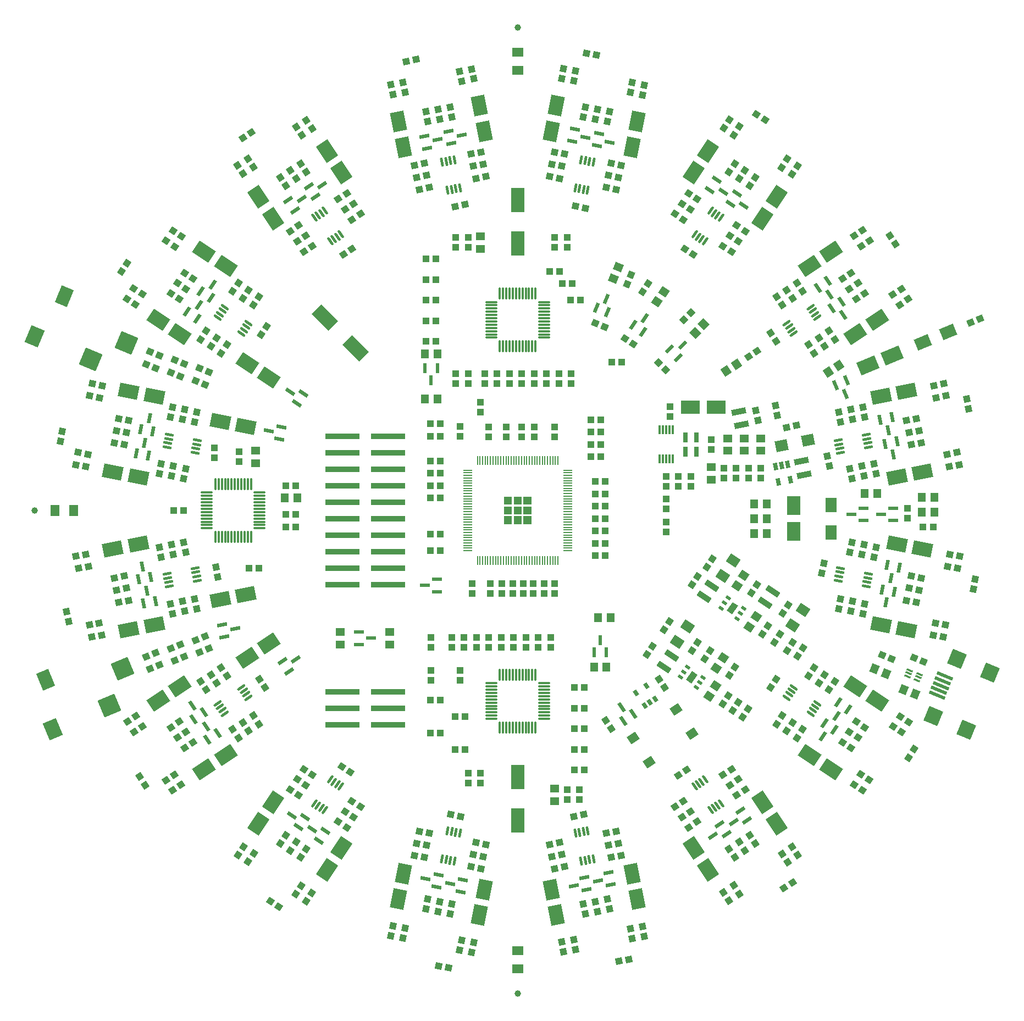
<source format=gtp>
G04 Layer_Color=8421504*
%FSLAX25Y25*%
%MOIN*%
G70*
G01*
G75*
G04:AMPARAMS|DCode=11|XSize=39.37mil|YSize=41.34mil|CornerRadius=0mil|HoleSize=0mil|Usage=FLASHONLY|Rotation=247.500|XOffset=0mil|YOffset=0mil|HoleType=Round|Shape=Rectangle|*
%AMROTATEDRECTD11*
4,1,4,-0.01156,0.02610,0.02663,0.01028,0.01156,-0.02610,-0.02663,-0.01028,-0.01156,0.02610,0.0*
%
%ADD11ROTATEDRECTD11*%

G04:AMPARAMS|DCode=12|XSize=39.37mil|YSize=41.34mil|CornerRadius=0mil|HoleSize=0mil|Usage=FLASHONLY|Rotation=146.250|XOffset=0mil|YOffset=0mil|HoleType=Round|Shape=Rectangle|*
%AMROTATEDRECTD12*
4,1,4,0.02785,0.00625,0.00488,-0.02812,-0.02785,-0.00625,-0.00488,0.02812,0.02785,0.00625,0.0*
%
%ADD12ROTATEDRECTD12*%

G04:AMPARAMS|DCode=13|XSize=19.69mil|YSize=102.36mil|CornerRadius=0mil|HoleSize=0mil|Usage=FLASHONLY|Rotation=67.500|XOffset=0mil|YOffset=0mil|HoleType=Round|Shape=Rectangle|*
%AMROTATEDRECTD13*
4,1,4,0.04352,-0.02868,-0.05105,0.01049,-0.04352,0.02868,0.05105,-0.01049,0.04352,-0.02868,0.0*
%
%ADD13ROTATEDRECTD13*%

G04:AMPARAMS|DCode=14|XSize=90.55mil|YSize=94.49mil|CornerRadius=0mil|HoleSize=0mil|Usage=FLASHONLY|Rotation=157.500|XOffset=0mil|YOffset=0mil|HoleType=Round|Shape=Rectangle|*
%AMROTATEDRECTD14*
4,1,4,0.05991,0.02632,0.02375,-0.06097,-0.05991,-0.02632,-0.02375,0.06097,0.05991,0.02632,0.0*
%
%ADD14ROTATEDRECTD14*%

%ADD15R,0.05709X0.00787*%
%ADD17R,0.00787X0.05709*%
G04:AMPARAMS|DCode=18|XSize=39.37mil|YSize=41.34mil|CornerRadius=0mil|HoleSize=0mil|Usage=FLASHONLY|Rotation=101.250|XOffset=0mil|YOffset=0mil|HoleType=Round|Shape=Rectangle|*
%AMROTATEDRECTD18*
4,1,4,0.02411,-0.01527,-0.01643,-0.02334,-0.02411,0.01527,0.01643,0.02334,0.02411,-0.01527,0.0*
%
%ADD18ROTATEDRECTD18*%

G04:AMPARAMS|DCode=19|XSize=66mil|YSize=74mil|CornerRadius=0mil|HoleSize=0mil|Usage=FLASHONLY|Rotation=101.250|XOffset=0mil|YOffset=0mil|HoleType=Round|Shape=Rectangle|*
%AMROTATEDRECTD19*
4,1,4,0.04273,-0.02515,-0.02985,-0.03958,-0.04273,0.02515,0.02985,0.03958,0.04273,-0.02515,0.0*
%
%ADD19ROTATEDRECTD19*%

%ADD20R,0.05315X0.04724*%
%ADD21R,0.03937X0.04134*%
G04:AMPARAMS|DCode=22|XSize=53.15mil|YSize=47.24mil|CornerRadius=0mil|HoleSize=0mil|Usage=FLASHONLY|Rotation=146.250|XOffset=0mil|YOffset=0mil|HoleType=Round|Shape=Rectangle|*
%AMROTATEDRECTD22*
4,1,4,0.03522,0.00488,0.00897,-0.03441,-0.03522,-0.00488,-0.00897,0.03441,0.03522,0.00488,0.0*
%
%ADD22ROTATEDRECTD22*%

%ADD23R,0.04134X0.03937*%
G04:AMPARAMS|DCode=24|XSize=23.62mil|YSize=35.43mil|CornerRadius=0mil|HoleSize=0mil|Usage=FLASHONLY|Rotation=213.750|XOffset=0mil|YOffset=0mil|HoleType=Round|Shape=Rectangle|*
%AMROTATEDRECTD24*
4,1,4,-0.00002,0.02129,0.01966,-0.00817,0.00002,-0.02129,-0.01966,0.00817,-0.00002,0.02129,0.0*
%
%ADD24ROTATEDRECTD24*%

G04:AMPARAMS|DCode=25|XSize=21.65mil|YSize=61.02mil|CornerRadius=0mil|HoleSize=0mil|Usage=FLASHONLY|Rotation=213.750|XOffset=0mil|YOffset=0mil|HoleType=Round|Shape=Rectangle|*
%AMROTATEDRECTD25*
4,1,4,-0.00795,0.03139,0.02595,-0.01936,0.00795,-0.03139,-0.02595,0.01936,-0.00795,0.03139,0.0*
%
%ADD25ROTATEDRECTD25*%

G04:AMPARAMS|DCode=26|XSize=21.65mil|YSize=61.02mil|CornerRadius=0mil|HoleSize=0mil|Usage=FLASHONLY|Rotation=258.750|XOffset=0mil|YOffset=0mil|HoleType=Round|Shape=Rectangle|*
%AMROTATEDRECTD26*
4,1,4,-0.02781,0.01657,0.03204,0.00467,0.02781,-0.01657,-0.03204,-0.00467,-0.02781,0.01657,0.0*
%
%ADD26ROTATEDRECTD26*%

G04:AMPARAMS|DCode=27|XSize=21.65mil|YSize=61.02mil|CornerRadius=0mil|HoleSize=0mil|Usage=FLASHONLY|Rotation=281.250|XOffset=0mil|YOffset=0mil|HoleType=Round|Shape=Rectangle|*
%AMROTATEDRECTD27*
4,1,4,-0.03204,0.00467,0.02781,0.01657,0.03204,-0.00467,-0.02781,-0.01657,-0.03204,0.00467,0.0*
%
%ADD27ROTATEDRECTD27*%

G04:AMPARAMS|DCode=28|XSize=39.37mil|YSize=41.34mil|CornerRadius=0mil|HoleSize=0mil|Usage=FLASHONLY|Rotation=11.250|XOffset=0mil|YOffset=0mil|HoleType=Round|Shape=Rectangle|*
%AMROTATEDRECTD28*
4,1,4,-0.01527,-0.02411,-0.02334,0.01643,0.01527,0.02411,0.02334,-0.01643,-0.01527,-0.02411,0.0*
%
%ADD28ROTATEDRECTD28*%

G04:AMPARAMS|DCode=29|XSize=82.68mil|YSize=118.11mil|CornerRadius=0mil|HoleSize=0mil|Usage=FLASHONLY|Rotation=11.250|XOffset=0mil|YOffset=0mil|HoleType=Round|Shape=Rectangle|*
%AMROTATEDRECTD29*
4,1,4,-0.02902,-0.06599,-0.05207,0.04986,0.02902,0.06599,0.05207,-0.04986,-0.02902,-0.06599,0.0*
%
%ADD29ROTATEDRECTD29*%

G04:AMPARAMS|DCode=30|XSize=39.37mil|YSize=41.34mil|CornerRadius=0mil|HoleSize=0mil|Usage=FLASHONLY|Rotation=123.750|XOffset=0mil|YOffset=0mil|HoleType=Round|Shape=Rectangle|*
%AMROTATEDRECTD30*
4,1,4,0.02812,-0.00488,-0.00625,-0.02785,-0.02812,0.00488,0.00625,0.02785,0.02812,-0.00488,0.0*
%
%ADD30ROTATEDRECTD30*%

G04:AMPARAMS|DCode=31|XSize=21.65mil|YSize=61.02mil|CornerRadius=0mil|HoleSize=0mil|Usage=FLASHONLY|Rotation=303.750|XOffset=0mil|YOffset=0mil|HoleType=Round|Shape=Rectangle|*
%AMROTATEDRECTD31*
4,1,4,-0.03139,-0.00795,0.01936,0.02595,0.03139,0.00795,-0.01936,-0.02595,-0.03139,-0.00795,0.0*
%
%ADD31ROTATEDRECTD31*%

G04:AMPARAMS|DCode=32|XSize=39.37mil|YSize=41.34mil|CornerRadius=0mil|HoleSize=0mil|Usage=FLASHONLY|Rotation=213.750|XOffset=0mil|YOffset=0mil|HoleType=Round|Shape=Rectangle|*
%AMROTATEDRECTD32*
4,1,4,0.00488,0.02812,0.02785,-0.00625,-0.00488,-0.02812,-0.02785,0.00625,0.00488,0.02812,0.0*
%
%ADD32ROTATEDRECTD32*%

G04:AMPARAMS|DCode=33|XSize=82.68mil|YSize=118.11mil|CornerRadius=0mil|HoleSize=0mil|Usage=FLASHONLY|Rotation=33.750|XOffset=0mil|YOffset=0mil|HoleType=Round|Shape=Rectangle|*
%AMROTATEDRECTD33*
4,1,4,-0.00156,-0.07207,-0.06718,0.02614,0.00156,0.07207,0.06718,-0.02614,-0.00156,-0.07207,0.0*
%
%ADD33ROTATEDRECTD33*%

G04:AMPARAMS|DCode=34|XSize=15.8mil|YSize=57.09mil|CornerRadius=0mil|HoleSize=0mil|Usage=FLASHONLY|Rotation=236.250|XOffset=0mil|YOffset=0mil|HoleType=Round|Shape=Round|*
%AMOVALD34*
21,1,0.04129,0.01580,0.00000,0.00000,326.3*
1,1,0.01580,-0.01716,0.01147*
1,1,0.01580,0.01716,-0.01147*
%
%ADD34OVALD34*%

G04:AMPARAMS|DCode=35|XSize=39.37mil|YSize=41.34mil|CornerRadius=0mil|HoleSize=0mil|Usage=FLASHONLY|Rotation=168.750|XOffset=0mil|YOffset=0mil|HoleType=Round|Shape=Rectangle|*
%AMROTATEDRECTD35*
4,1,4,0.02334,0.01643,0.01527,-0.02411,-0.02334,-0.01643,-0.01527,0.02411,0.02334,0.01643,0.0*
%
%ADD35ROTATEDRECTD35*%

G04:AMPARAMS|DCode=36|XSize=21.65mil|YSize=61.02mil|CornerRadius=0mil|HoleSize=0mil|Usage=FLASHONLY|Rotation=326.250|XOffset=0mil|YOffset=0mil|HoleType=Round|Shape=Rectangle|*
%AMROTATEDRECTD36*
4,1,4,-0.02595,-0.01936,0.00795,0.03139,0.02595,0.01936,-0.00795,-0.03139,-0.02595,-0.01936,0.0*
%
%ADD36ROTATEDRECTD36*%

G04:AMPARAMS|DCode=37|XSize=82.68mil|YSize=118.11mil|CornerRadius=0mil|HoleSize=0mil|Usage=FLASHONLY|Rotation=56.250|XOffset=0mil|YOffset=0mil|HoleType=Round|Shape=Rectangle|*
%AMROTATEDRECTD37*
4,1,4,0.02614,-0.06718,-0.07207,-0.00156,-0.02614,0.06718,0.07207,0.00156,0.02614,-0.06718,0.0*
%
%ADD37ROTATEDRECTD37*%

G04:AMPARAMS|DCode=38|XSize=39.37mil|YSize=41.34mil|CornerRadius=0mil|HoleSize=0mil|Usage=FLASHONLY|Rotation=56.250|XOffset=0mil|YOffset=0mil|HoleType=Round|Shape=Rectangle|*
%AMROTATEDRECTD38*
4,1,4,0.00625,-0.02785,-0.02812,-0.00488,-0.00625,0.02785,0.02812,0.00488,0.00625,-0.02785,0.0*
%
%ADD38ROTATEDRECTD38*%

G04:AMPARAMS|DCode=39|XSize=11.81mil|YSize=38.98mil|CornerRadius=0mil|HoleSize=0mil|Usage=FLASHONLY|Rotation=67.500|XOffset=0mil|YOffset=0mil|HoleType=Round|Shape=Rectangle|*
%AMROTATEDRECTD39*
4,1,4,0.01575,-0.01291,-0.02027,0.00200,-0.01575,0.01291,0.02027,-0.00200,0.01575,-0.01291,0.0*
%
%ADD39ROTATEDRECTD39*%

G04:AMPARAMS|DCode=40|XSize=53.15mil|YSize=47.24mil|CornerRadius=0mil|HoleSize=0mil|Usage=FLASHONLY|Rotation=247.500|XOffset=0mil|YOffset=0mil|HoleType=Round|Shape=Rectangle|*
%AMROTATEDRECTD40*
4,1,4,-0.01165,0.03359,0.03199,0.01551,0.01165,-0.03359,-0.03199,-0.01551,-0.01165,0.03359,0.0*
%
%ADD40ROTATEDRECTD40*%

G04:AMPARAMS|DCode=41|XSize=21.65mil|YSize=61.02mil|CornerRadius=0mil|HoleSize=0mil|Usage=FLASHONLY|Rotation=348.750|XOffset=0mil|YOffset=0mil|HoleType=Round|Shape=Rectangle|*
%AMROTATEDRECTD41*
4,1,4,-0.01657,-0.02781,-0.00467,0.03204,0.01657,0.02781,0.00467,-0.03204,-0.01657,-0.02781,0.0*
%
%ADD41ROTATEDRECTD41*%

G04:AMPARAMS|DCode=42|XSize=82.68mil|YSize=118.11mil|CornerRadius=0mil|HoleSize=0mil|Usage=FLASHONLY|Rotation=78.750|XOffset=0mil|YOffset=0mil|HoleType=Round|Shape=Rectangle|*
%AMROTATEDRECTD42*
4,1,4,0.04986,-0.05207,-0.06599,-0.02902,-0.04986,0.05207,0.06599,0.02902,0.04986,-0.05207,0.0*
%
%ADD42ROTATEDRECTD42*%

G04:AMPARAMS|DCode=43|XSize=39.37mil|YSize=41.34mil|CornerRadius=0mil|HoleSize=0mil|Usage=FLASHONLY|Rotation=78.750|XOffset=0mil|YOffset=0mil|HoleType=Round|Shape=Rectangle|*
%AMROTATEDRECTD43*
4,1,4,0.01643,-0.02334,-0.02411,-0.01527,-0.01643,0.02334,0.02411,0.01527,0.01643,-0.02334,0.0*
%
%ADD43ROTATEDRECTD43*%

G04:AMPARAMS|DCode=44|XSize=15.8mil|YSize=57.09mil|CornerRadius=0mil|HoleSize=0mil|Usage=FLASHONLY|Rotation=258.750|XOffset=0mil|YOffset=0mil|HoleType=Round|Shape=Round|*
%AMOVALD44*
21,1,0.04129,0.01580,0.00000,0.00000,348.8*
1,1,0.01580,-0.02025,0.00403*
1,1,0.01580,0.02025,-0.00403*
%
%ADD44OVALD44*%

%ADD45R,0.06102X0.02165*%
%ADD46R,0.04724X0.05315*%
G04:AMPARAMS|DCode=47|XSize=21.65mil|YSize=61.02mil|CornerRadius=0mil|HoleSize=0mil|Usage=FLASHONLY|Rotation=11.250|XOffset=0mil|YOffset=0mil|HoleType=Round|Shape=Rectangle|*
%AMROTATEDRECTD47*
4,1,4,-0.00467,-0.03204,-0.01657,0.02781,0.00467,0.03204,0.01657,-0.02781,-0.00467,-0.03204,0.0*
%
%ADD47ROTATEDRECTD47*%

G04:AMPARAMS|DCode=48|XSize=82.68mil|YSize=118.11mil|CornerRadius=0mil|HoleSize=0mil|Usage=FLASHONLY|Rotation=101.250|XOffset=0mil|YOffset=0mil|HoleType=Round|Shape=Rectangle|*
%AMROTATEDRECTD48*
4,1,4,0.06599,-0.02902,-0.04986,-0.05207,-0.06599,0.02902,0.04986,0.05207,0.06599,-0.02902,0.0*
%
%ADD48ROTATEDRECTD48*%

G04:AMPARAMS|DCode=49|XSize=21.65mil|YSize=61.02mil|CornerRadius=0mil|HoleSize=0mil|Usage=FLASHONLY|Rotation=56.250|XOffset=0mil|YOffset=0mil|HoleType=Round|Shape=Rectangle|*
%AMROTATEDRECTD49*
4,1,4,0.01936,-0.02595,-0.03139,0.00795,-0.01936,0.02595,0.03139,-0.00795,0.01936,-0.02595,0.0*
%
%ADD49ROTATEDRECTD49*%

G04:AMPARAMS|DCode=50|XSize=82.68mil|YSize=118.11mil|CornerRadius=0mil|HoleSize=0mil|Usage=FLASHONLY|Rotation=123.750|XOffset=0mil|YOffset=0mil|HoleType=Round|Shape=Rectangle|*
%AMROTATEDRECTD50*
4,1,4,0.07207,-0.00156,-0.02614,-0.06718,-0.07207,0.00156,0.02614,0.06718,0.07207,-0.00156,0.0*
%
%ADD50ROTATEDRECTD50*%

G04:AMPARAMS|DCode=51|XSize=82.68mil|YSize=118.11mil|CornerRadius=0mil|HoleSize=0mil|Usage=FLASHONLY|Rotation=146.250|XOffset=0mil|YOffset=0mil|HoleType=Round|Shape=Rectangle|*
%AMROTATEDRECTD51*
4,1,4,0.06718,0.02614,0.00156,-0.07207,-0.06718,-0.02614,-0.00156,0.07207,0.06718,0.02614,0.0*
%
%ADD51ROTATEDRECTD51*%

G04:AMPARAMS|DCode=52|XSize=82.68mil|YSize=118.11mil|CornerRadius=0mil|HoleSize=0mil|Usage=FLASHONLY|Rotation=168.750|XOffset=0mil|YOffset=0mil|HoleType=Round|Shape=Rectangle|*
%AMROTATEDRECTD52*
4,1,4,0.05207,0.04986,0.02902,-0.06599,-0.05207,-0.04986,-0.02902,0.06599,0.05207,0.04986,0.0*
%
%ADD52ROTATEDRECTD52*%

G04:AMPARAMS|DCode=53|XSize=15.8mil|YSize=57.09mil|CornerRadius=0mil|HoleSize=0mil|Usage=FLASHONLY|Rotation=348.750|XOffset=0mil|YOffset=0mil|HoleType=Round|Shape=Round|*
%AMOVALD53*
21,1,0.04129,0.01580,0.00000,0.00000,78.8*
1,1,0.01580,-0.00403,-0.02025*
1,1,0.01580,0.00403,0.02025*
%
%ADD53OVALD53*%

G04:AMPARAMS|DCode=54|XSize=15.8mil|YSize=57.09mil|CornerRadius=0mil|HoleSize=0mil|Usage=FLASHONLY|Rotation=123.750|XOffset=0mil|YOffset=0mil|HoleType=Round|Shape=Round|*
%AMOVALD54*
21,1,0.04129,0.01580,0.00000,0.00000,213.8*
1,1,0.01580,0.01716,0.01147*
1,1,0.01580,-0.01716,-0.01147*
%
%ADD54OVALD54*%

G04:AMPARAMS|DCode=55|XSize=15.8mil|YSize=57.09mil|CornerRadius=0mil|HoleSize=0mil|Usage=FLASHONLY|Rotation=191.250|XOffset=0mil|YOffset=0mil|HoleType=Round|Shape=Round|*
%AMOVALD55*
21,1,0.04129,0.01580,0.00000,0.00000,281.3*
1,1,0.01580,-0.00403,0.02025*
1,1,0.01580,0.00403,-0.02025*
%
%ADD55OVALD55*%

G04:AMPARAMS|DCode=56|XSize=15.8mil|YSize=57.09mil|CornerRadius=0mil|HoleSize=0mil|Usage=FLASHONLY|Rotation=326.250|XOffset=0mil|YOffset=0mil|HoleType=Round|Shape=Round|*
%AMOVALD56*
21,1,0.04129,0.01580,0.00000,0.00000,56.3*
1,1,0.01580,-0.01147,-0.01716*
1,1,0.01580,0.01147,0.01716*
%
%ADD56OVALD56*%

G04:AMPARAMS|DCode=57|XSize=15.8mil|YSize=57.09mil|CornerRadius=0mil|HoleSize=0mil|Usage=FLASHONLY|Rotation=33.750|XOffset=0mil|YOffset=0mil|HoleType=Round|Shape=Round|*
%AMOVALD57*
21,1,0.04129,0.01580,0.00000,0.00000,123.8*
1,1,0.01580,0.01147,-0.01716*
1,1,0.01580,-0.01147,0.01716*
%
%ADD57OVALD57*%

G04:AMPARAMS|DCode=58|XSize=15.8mil|YSize=57.09mil|CornerRadius=0mil|HoleSize=0mil|Usage=FLASHONLY|Rotation=101.250|XOffset=0mil|YOffset=0mil|HoleType=Round|Shape=Round|*
%AMOVALD58*
21,1,0.04129,0.01580,0.00000,0.00000,191.3*
1,1,0.01580,0.02025,0.00403*
1,1,0.01580,-0.02025,-0.00403*
%
%ADD58OVALD58*%

G04:AMPARAMS|DCode=59|XSize=53.15mil|YSize=47.24mil|CornerRadius=0mil|HoleSize=0mil|Usage=FLASHONLY|Rotation=123.750|XOffset=0mil|YOffset=0mil|HoleType=Round|Shape=Rectangle|*
%AMROTATEDRECTD59*
4,1,4,0.03441,-0.00897,-0.00488,-0.03522,-0.03441,0.00897,0.00488,0.03522,0.03441,-0.00897,0.0*
%
%ADD59ROTATEDRECTD59*%

%ADD60R,0.08268X0.11811*%
G04:AMPARAMS|DCode=61|XSize=70.87mil|YSize=57.09mil|CornerRadius=0mil|HoleSize=0mil|Usage=FLASHONLY|Rotation=146.250|XOffset=0mil|YOffset=0mil|HoleType=Round|Shape=Rectangle|*
%AMROTATEDRECTD61*
4,1,4,0.04532,0.00405,0.01360,-0.04342,-0.04532,-0.00405,-0.01360,0.04342,0.04532,0.00405,0.0*
%
%ADD61ROTATEDRECTD61*%

%ADD62R,0.11811X0.08268*%
G04:AMPARAMS|DCode=63|XSize=82.68mil|YSize=118.11mil|CornerRadius=0mil|HoleSize=0mil|Usage=FLASHONLY|Rotation=292.500|XOffset=0mil|YOffset=0mil|HoleType=Round|Shape=Rectangle|*
%AMROTATEDRECTD63*
4,1,4,-0.07038,0.01559,0.03874,0.06079,0.07038,-0.01559,-0.03874,-0.06079,-0.07038,0.01559,0.0*
%
%ADD63ROTATEDRECTD63*%

%ADD64R,0.08268X0.14567*%
G04:AMPARAMS|DCode=65|XSize=53.15mil|YSize=47.24mil|CornerRadius=0mil|HoleSize=0mil|Usage=FLASHONLY|Rotation=135.000|XOffset=0mil|YOffset=0mil|HoleType=Round|Shape=Rectangle|*
%AMROTATEDRECTD65*
4,1,4,0.03550,-0.00209,0.00209,-0.03550,-0.03550,0.00209,-0.00209,0.03550,0.03550,-0.00209,0.0*
%
%ADD65ROTATEDRECTD65*%

G04:AMPARAMS|DCode=66|XSize=53.15mil|YSize=47.24mil|CornerRadius=0mil|HoleSize=0mil|Usage=FLASHONLY|Rotation=157.500|XOffset=0mil|YOffset=0mil|HoleType=Round|Shape=Rectangle|*
%AMROTATEDRECTD66*
4,1,4,0.03359,0.01165,0.01551,-0.03199,-0.03359,-0.01165,-0.01551,0.03199,0.03359,0.01165,0.0*
%
%ADD66ROTATEDRECTD66*%

G04:AMPARAMS|DCode=67|XSize=70.87mil|YSize=90.55mil|CornerRadius=0mil|HoleSize=0mil|Usage=FLASHONLY|Rotation=292.500|XOffset=0mil|YOffset=0mil|HoleType=Round|Shape=Rectangle|*
%AMROTATEDRECTD67*
4,1,4,-0.05539,0.01541,0.02827,0.05006,0.05539,-0.01541,-0.02827,-0.05006,-0.05539,0.01541,0.0*
%
%ADD67ROTATEDRECTD67*%

%ADD68R,0.07087X0.09055*%
G04:AMPARAMS|DCode=69|XSize=39.37mil|YSize=39.37mil|CornerRadius=19.69mil|HoleSize=0mil|Usage=FLASHONLY|Rotation=270.000|XOffset=0mil|YOffset=0mil|HoleType=Round|Shape=RoundedRectangle|*
%AMROUNDEDRECTD69*
21,1,0.03937,0.00000,0,0,270.0*
21,1,0.00000,0.03937,0,0,270.0*
1,1,0.03937,0.00000,0.00000*
1,1,0.03937,0.00000,0.00000*
1,1,0.03937,0.00000,0.00000*
1,1,0.03937,0.00000,0.00000*
%
%ADD69ROUNDEDRECTD69*%
G04:AMPARAMS|DCode=70|XSize=39.37mil|YSize=39.37mil|CornerRadius=19.69mil|HoleSize=0mil|Usage=FLASHONLY|Rotation=180.000|XOffset=0mil|YOffset=0mil|HoleType=Round|Shape=RoundedRectangle|*
%AMROUNDEDRECTD70*
21,1,0.03937,0.00000,0,0,180.0*
21,1,0.00000,0.03937,0,0,180.0*
1,1,0.03937,0.00000,0.00000*
1,1,0.03937,0.00000,0.00000*
1,1,0.03937,0.00000,0.00000*
1,1,0.03937,0.00000,0.00000*
%
%ADD70ROUNDEDRECTD70*%
%ADD71R,0.20898X0.03504*%
G04:AMPARAMS|DCode=72|XSize=86.61mil|YSize=35.43mil|CornerRadius=0mil|HoleSize=0mil|Usage=FLASHONLY|Rotation=146.250|XOffset=0mil|YOffset=0mil|HoleType=Round|Shape=Rectangle|*
%AMROTATEDRECTD72*
4,1,4,0.04585,-0.00933,0.02617,-0.03879,-0.04585,0.00933,-0.02617,0.03879,0.04585,-0.00933,0.0*
%
%ADD72ROTATEDRECTD72*%

G04:AMPARAMS|DCode=73|XSize=86.61mil|YSize=35.43mil|CornerRadius=0mil|HoleSize=0mil|Usage=FLASHONLY|Rotation=191.250|XOffset=0mil|YOffset=0mil|HoleType=Round|Shape=Rectangle|*
%AMROTATEDRECTD73*
4,1,4,0.03902,0.02583,0.04593,-0.00893,-0.03902,-0.02583,-0.04593,0.00893,0.03902,0.02583,0.0*
%
%ADD73ROTATEDRECTD73*%

G04:AMPARAMS|DCode=74|XSize=21.65mil|YSize=61.02mil|CornerRadius=0mil|HoleSize=0mil|Usage=FLASHONLY|Rotation=135.000|XOffset=0mil|YOffset=0mil|HoleType=Round|Shape=Rectangle|*
%AMROTATEDRECTD74*
4,1,4,0.02923,0.01392,-0.01392,-0.02923,-0.02923,-0.01392,0.01392,0.02923,0.02923,0.01392,0.0*
%
%ADD74ROTATEDRECTD74*%

G04:AMPARAMS|DCode=75|XSize=21.65mil|YSize=61.02mil|CornerRadius=0mil|HoleSize=0mil|Usage=FLASHONLY|Rotation=157.500|XOffset=0mil|YOffset=0mil|HoleType=Round|Shape=Rectangle|*
%AMROTATEDRECTD75*
4,1,4,0.02168,0.02405,-0.00167,-0.03233,-0.02168,-0.02405,0.00167,0.03233,0.02168,0.02405,0.0*
%
%ADD75ROTATEDRECTD75*%

G04:AMPARAMS|DCode=76|XSize=39.37mil|YSize=41.34mil|CornerRadius=0mil|HoleSize=0mil|Usage=FLASHONLY|Rotation=337.500|XOffset=0mil|YOffset=0mil|HoleType=Round|Shape=Rectangle|*
%AMROTATEDRECTD76*
4,1,4,-0.02610,-0.01156,-0.01028,0.02663,0.02610,0.01156,0.01028,-0.02663,-0.02610,-0.01156,0.0*
%
%ADD76ROTATEDRECTD76*%

G04:AMPARAMS|DCode=77|XSize=39.37mil|YSize=41.34mil|CornerRadius=0mil|HoleSize=0mil|Usage=FLASHONLY|Rotation=315.000|XOffset=0mil|YOffset=0mil|HoleType=Round|Shape=Rectangle|*
%AMROTATEDRECTD77*
4,1,4,-0.02854,-0.00070,0.00070,0.02854,0.02854,0.00070,-0.00070,-0.02854,-0.02854,-0.00070,0.0*
%
%ADD77ROTATEDRECTD77*%

G04:AMPARAMS|DCode=78|XSize=39.37mil|YSize=41.34mil|CornerRadius=0mil|HoleSize=0mil|Usage=FLASHONLY|Rotation=225.000|XOffset=0mil|YOffset=0mil|HoleType=Round|Shape=Rectangle|*
%AMROTATEDRECTD78*
4,1,4,-0.00070,0.02854,0.02854,-0.00070,0.00070,-0.02854,-0.02854,0.00070,-0.00070,0.02854,0.0*
%
%ADD78ROTATEDRECTD78*%

G04:AMPARAMS|DCode=79|XSize=51.18mil|YSize=61.02mil|CornerRadius=0mil|HoleSize=0mil|Usage=FLASHONLY|Rotation=123.750|XOffset=0mil|YOffset=0mil|HoleType=Round|Shape=Rectangle|*
%AMROTATEDRECTD79*
4,1,4,0.03959,-0.00433,-0.01115,-0.03823,-0.03959,0.00433,0.01115,0.03823,0.03959,-0.00433,0.0*
%
%ADD79ROTATEDRECTD79*%

G04:AMPARAMS|DCode=80|XSize=21.65mil|YSize=61.02mil|CornerRadius=0mil|HoleSize=0mil|Usage=FLASHONLY|Rotation=22.500|XOffset=0mil|YOffset=0mil|HoleType=Round|Shape=Rectangle|*
%AMROTATEDRECTD80*
4,1,4,0.00167,-0.03233,-0.02168,0.02405,-0.00167,0.03233,0.02168,-0.02405,0.00167,-0.03233,0.0*
%
%ADD80ROTATEDRECTD80*%

%ADD81R,0.01181X0.05512*%
%ADD82R,0.02559X0.06102*%
G04:AMPARAMS|DCode=83|XSize=31.5mil|YSize=17.72mil|CornerRadius=0mil|HoleSize=0mil|Usage=FLASHONLY|Rotation=326.250|XOffset=0mil|YOffset=0mil|HoleType=Round|Shape=Rectangle|*
%AMROTATEDRECTD83*
4,1,4,-0.01802,0.00138,-0.00817,0.01612,0.01802,-0.00138,0.00817,-0.01612,-0.01802,0.00138,0.0*
%
%ADD83ROTATEDRECTD83*%

%ADD84P,0.01949X4X371.3*%
G04:AMPARAMS|DCode=85|XSize=25.59mil|YSize=43.31mil|CornerRadius=0mil|HoleSize=0mil|Usage=FLASHONLY|Rotation=11.250|XOffset=0mil|YOffset=0mil|HoleType=Round|Shape=Rectangle|*
%AMROTATEDRECTD85*
4,1,4,-0.00833,-0.02373,-0.01677,0.01874,0.00833,0.02373,0.01677,-0.01874,-0.00833,-0.02373,0.0*
%
%ADD85ROTATEDRECTD85*%

%ADD86R,0.02165X0.06102*%
G04:AMPARAMS|DCode=87|XSize=11.81mil|YSize=72.84mil|CornerRadius=2.95mil|HoleSize=0mil|Usage=FLASHONLY|Rotation=180.000|XOffset=0mil|YOffset=0mil|HoleType=Round|Shape=RoundedRectangle|*
%AMROUNDEDRECTD87*
21,1,0.01181,0.06693,0,0,180.0*
21,1,0.00591,0.07284,0,0,180.0*
1,1,0.00591,-0.00295,0.03347*
1,1,0.00591,0.00295,0.03347*
1,1,0.00591,0.00295,-0.03347*
1,1,0.00591,-0.00295,-0.03347*
%
%ADD87ROUNDEDRECTD87*%
G04:AMPARAMS|DCode=88|XSize=11.81mil|YSize=72.84mil|CornerRadius=2.95mil|HoleSize=0mil|Usage=FLASHONLY|Rotation=90.000|XOffset=0mil|YOffset=0mil|HoleType=Round|Shape=RoundedRectangle|*
%AMROUNDEDRECTD88*
21,1,0.01181,0.06693,0,0,90.0*
21,1,0.00591,0.07284,0,0,90.0*
1,1,0.00591,0.03347,0.00295*
1,1,0.00591,0.03347,-0.00295*
1,1,0.00591,-0.03347,-0.00295*
1,1,0.00591,-0.03347,0.00295*
%
%ADD88ROUNDEDRECTD88*%
G04:AMPARAMS|DCode=89|XSize=82.68mil|YSize=145.67mil|CornerRadius=0mil|HoleSize=0mil|Usage=FLASHONLY|Rotation=45.000|XOffset=0mil|YOffset=0mil|HoleType=Round|Shape=Rectangle|*
%AMROTATEDRECTD89*
4,1,4,0.02227,-0.08073,-0.08073,0.02227,-0.02227,0.08073,0.08073,-0.02227,0.02227,-0.08073,0.0*
%
%ADD89ROTATEDRECTD89*%

G04:AMPARAMS|DCode=90|XSize=78.74mil|YSize=110.24mil|CornerRadius=0mil|HoleSize=0mil|Usage=FLASHONLY|Rotation=22.500|XOffset=0mil|YOffset=0mil|HoleType=Round|Shape=Rectangle|*
%AMROTATEDRECTD90*
4,1,4,-0.01528,-0.06599,-0.05747,0.03586,0.01528,0.06599,0.05747,-0.03586,-0.01528,-0.06599,0.0*
%
%ADD90ROTATEDRECTD90*%

%ADD91P,0.15590X4X67.5*%
G04:AMPARAMS|DCode=92|XSize=86.61mil|YSize=110.24mil|CornerRadius=0mil|HoleSize=0mil|Usage=FLASHONLY|Rotation=22.500|XOffset=0mil|YOffset=0mil|HoleType=Round|Shape=Rectangle|*
%AMROTATEDRECTD92*
4,1,4,-0.01892,-0.06750,-0.06110,0.03435,0.01892,0.06750,0.06110,-0.03435,-0.01892,-0.06750,0.0*
%
%ADD92ROTATEDRECTD92*%

G04:AMPARAMS|DCode=93|XSize=78.74mil|YSize=110.24mil|CornerRadius=0mil|HoleSize=0mil|Usage=FLASHONLY|Rotation=337.500|XOffset=0mil|YOffset=0mil|HoleType=Round|Shape=Rectangle|*
%AMROTATEDRECTD93*
4,1,4,-0.05747,-0.03586,-0.01528,0.06599,0.05747,0.03586,0.01528,-0.06599,-0.05747,-0.03586,0.0*
%
%ADD93ROTATEDRECTD93*%

%ADD94P,0.15590X4X382.5*%
G04:AMPARAMS|DCode=95|XSize=86.61mil|YSize=110.24mil|CornerRadius=0mil|HoleSize=0mil|Usage=FLASHONLY|Rotation=337.500|XOffset=0mil|YOffset=0mil|HoleType=Round|Shape=Rectangle|*
%AMROTATEDRECTD95*
4,1,4,-0.06110,-0.03435,-0.01892,0.06750,0.06110,0.03435,0.01892,-0.06750,-0.06110,-0.03435,0.0*
%
%ADD95ROTATEDRECTD95*%

%ADD96R,0.05709X0.07087*%
G04:AMPARAMS|DCode=97|XSize=39.37mil|YSize=41.34mil|CornerRadius=0mil|HoleSize=0mil|Usage=FLASHONLY|Rotation=112.500|XOffset=0mil|YOffset=0mil|HoleType=Round|Shape=Rectangle|*
%AMROTATEDRECTD97*
4,1,4,0.02663,-0.01028,-0.01156,-0.02610,-0.02663,0.01028,0.01156,0.02610,0.02663,-0.01028,0.0*
%
%ADD97ROTATEDRECTD97*%

%ADD98R,0.07087X0.05709*%
G36*
X8268Y3543D02*
X3543D01*
Y8268D01*
X8268D01*
Y3543D01*
D02*
G37*
G36*
X2362D02*
X-2362D01*
Y8268D01*
X2362D01*
Y3543D01*
D02*
G37*
G36*
X-3543D02*
X-8268D01*
Y8268D01*
X-3543D01*
Y3543D01*
D02*
G37*
G36*
X8268Y-2362D02*
X3543D01*
Y2362D01*
X8268D01*
Y-2362D01*
D02*
G37*
G36*
X2362D02*
X-2362D01*
Y2362D01*
X2362D01*
Y-2362D01*
D02*
G37*
G36*
X-3543D02*
X-8268D01*
Y2362D01*
X-3543D01*
Y-2362D01*
D02*
G37*
G36*
X8268Y-8268D02*
X3543D01*
Y-3543D01*
X8268D01*
Y-8268D01*
D02*
G37*
G36*
X2362D02*
X-2362D01*
Y-3543D01*
X2362D01*
Y-8268D01*
D02*
G37*
G36*
X-3543D02*
X-8268D01*
Y-3543D01*
X-3543D01*
Y-8268D01*
D02*
G37*
G36*
X133640Y-57803D02*
X130140Y-63041D01*
X126867Y-60854D01*
X130367Y-55616D01*
X133640Y-57803D01*
D02*
G37*
G36*
X109000Y-99694D02*
X105501Y-104932D01*
X102227Y-102744D01*
X105727Y-97507D01*
X109000Y-99694D01*
D02*
G37*
D11*
X221181Y-87832D02*
D03*
X226819Y-90168D02*
D03*
X246099Y-91561D02*
D03*
X240461Y-89226D02*
D03*
X52819Y111332D02*
D03*
X47181Y113668D02*
D03*
X-219681Y86332D02*
D03*
X-225319Y88668D02*
D03*
X-217181Y93832D02*
D03*
X-222819Y96168D02*
D03*
X-204681Y81332D02*
D03*
X-210319Y83668D02*
D03*
X-189681Y76332D02*
D03*
X-195319Y78668D02*
D03*
X-202181Y88832D02*
D03*
X-207819Y91168D02*
D03*
X-187181Y83832D02*
D03*
X-192819Y86168D02*
D03*
D12*
X133695Y-116463D02*
D03*
X130305Y-121537D02*
D03*
X127695Y-112463D02*
D03*
X124305Y-117537D02*
D03*
X148305Y-75037D02*
D03*
X151695Y-69963D02*
D03*
X131695Y-94963D02*
D03*
X128305Y-100037D02*
D03*
X166695Y-79963D02*
D03*
X163305Y-85037D02*
D03*
X159195Y-74963D02*
D03*
X155805Y-80037D02*
D03*
X160345Y-124517D02*
D03*
X156955Y-129591D02*
D03*
X188872Y-108823D02*
D03*
X192262Y-103749D02*
D03*
X176400Y-100489D02*
D03*
X179790Y-95415D02*
D03*
X172817Y-132850D02*
D03*
X169427Y-137924D02*
D03*
X182636Y-104656D02*
D03*
X186026Y-99582D02*
D03*
X166581Y-128683D02*
D03*
X163191Y-133757D02*
D03*
X137810Y206247D02*
D03*
X134420Y201173D02*
D03*
X144046Y202080D02*
D03*
X140656Y197006D02*
D03*
X128183Y205340D02*
D03*
X131574Y210414D02*
D03*
X163472Y213154D02*
D03*
X160082Y208080D02*
D03*
X128288Y236995D02*
D03*
X124897Y231921D02*
D03*
X169708Y208987D02*
D03*
X166318Y203913D02*
D03*
X134524Y232828D02*
D03*
X131133Y227754D02*
D03*
X-152305Y111537D02*
D03*
X-155695Y106463D02*
D03*
X-166581Y128683D02*
D03*
X-163191Y133757D02*
D03*
X-182636Y104656D02*
D03*
X-186026Y99582D02*
D03*
X-172817Y132850D02*
D03*
X-169427Y137924D02*
D03*
X-176400Y100489D02*
D03*
X-179790Y95415D02*
D03*
X-188872Y108823D02*
D03*
X-192262Y103749D02*
D03*
X-160345Y124517D02*
D03*
X-156955Y129591D02*
D03*
X153305Y-107537D02*
D03*
X156695Y-102463D02*
D03*
X-137810Y-206247D02*
D03*
X-134420Y-201173D02*
D03*
X236901Y-149935D02*
D03*
X240292Y-144861D02*
D03*
X145000Y-45000D02*
D03*
X141610Y-50074D02*
D03*
X79195Y137537D02*
D03*
X75805Y132463D02*
D03*
X109195Y-39963D02*
D03*
X105805Y-45037D02*
D03*
X114805Y-34537D02*
D03*
X118195Y-29463D02*
D03*
X113305Y-90037D02*
D03*
X116695Y-84963D02*
D03*
X139695Y-120463D02*
D03*
X136305Y-125537D02*
D03*
X105805Y-85037D02*
D03*
X109195Y-79963D02*
D03*
X81695Y-82463D02*
D03*
X78305Y-87537D02*
D03*
X164195Y-57463D02*
D03*
X160805Y-62537D02*
D03*
X-236903Y149934D02*
D03*
X-240293Y144861D02*
D03*
X173195Y-83463D02*
D03*
X169805Y-88537D02*
D03*
X88805Y-72537D02*
D03*
X92195Y-67463D02*
D03*
X-134524Y-232828D02*
D03*
X-131133Y-227754D02*
D03*
X-169708Y-208987D02*
D03*
X-166318Y-203913D02*
D03*
X-128288Y-236995D02*
D03*
X-124897Y-231921D02*
D03*
X-163472Y-213154D02*
D03*
X-160082Y-208080D02*
D03*
X-128183Y-205340D02*
D03*
X-131574Y-210414D02*
D03*
X-144046Y-202080D02*
D03*
X-140656Y-197006D02*
D03*
D13*
X259060Y-100488D02*
D03*
X257855Y-103398D02*
D03*
X256649Y-106308D02*
D03*
X254239Y-112127D02*
D03*
X255444Y-109218D02*
D03*
D14*
X286357Y-98371D02*
D03*
X272044Y-132926D02*
D03*
X266352Y-90085D02*
D03*
X252039Y-124639D02*
D03*
D15*
X30315Y-2362D02*
D03*
Y-3937D02*
D03*
X-30315Y-24409D02*
D03*
Y-22835D02*
D03*
Y-21260D02*
D03*
Y-19685D02*
D03*
Y-18110D02*
D03*
Y-16535D02*
D03*
Y-14961D02*
D03*
Y-13386D02*
D03*
Y-11811D02*
D03*
Y-10236D02*
D03*
Y-8661D02*
D03*
Y-7087D02*
D03*
Y-5512D02*
D03*
Y-3937D02*
D03*
Y-2362D02*
D03*
Y-787D02*
D03*
Y787D02*
D03*
Y2362D02*
D03*
Y3937D02*
D03*
Y5512D02*
D03*
Y7087D02*
D03*
Y8661D02*
D03*
Y10236D02*
D03*
Y11811D02*
D03*
Y13386D02*
D03*
Y14961D02*
D03*
Y16535D02*
D03*
Y18110D02*
D03*
Y19685D02*
D03*
Y21260D02*
D03*
Y22835D02*
D03*
Y24409D02*
D03*
X30315D02*
D03*
Y22835D02*
D03*
Y21260D02*
D03*
Y19685D02*
D03*
Y18110D02*
D03*
Y16535D02*
D03*
Y14961D02*
D03*
Y13386D02*
D03*
Y11811D02*
D03*
Y10236D02*
D03*
Y8661D02*
D03*
Y7087D02*
D03*
Y5512D02*
D03*
Y3937D02*
D03*
Y2362D02*
D03*
Y787D02*
D03*
Y-787D02*
D03*
Y-5512D02*
D03*
Y-7087D02*
D03*
Y-8661D02*
D03*
Y-10236D02*
D03*
Y-11811D02*
D03*
Y-13386D02*
D03*
Y-14961D02*
D03*
Y-16535D02*
D03*
Y-18110D02*
D03*
Y-19685D02*
D03*
Y-21260D02*
D03*
Y-22835D02*
D03*
Y-24409D02*
D03*
D17*
X-24409Y30315D02*
D03*
X-22835D02*
D03*
X-21260D02*
D03*
X-19685D02*
D03*
X-18110D02*
D03*
X-16535D02*
D03*
X-14961D02*
D03*
X-13386D02*
D03*
X-11811D02*
D03*
X-10236D02*
D03*
X-8661D02*
D03*
X-7087D02*
D03*
X-5512D02*
D03*
X-3937D02*
D03*
X-2362D02*
D03*
X-787D02*
D03*
X787D02*
D03*
X2362D02*
D03*
X3937D02*
D03*
X5512D02*
D03*
X7087D02*
D03*
X8661D02*
D03*
X10236D02*
D03*
X11811D02*
D03*
X13386D02*
D03*
X14961D02*
D03*
X16535D02*
D03*
X18110D02*
D03*
X19685D02*
D03*
X21260D02*
D03*
X22835D02*
D03*
X24409D02*
D03*
Y-30315D02*
D03*
X22835D02*
D03*
X21260D02*
D03*
X19685D02*
D03*
X18110D02*
D03*
X16535D02*
D03*
X14961D02*
D03*
X13386D02*
D03*
X11811D02*
D03*
X10236D02*
D03*
X8661D02*
D03*
X7087D02*
D03*
X5512D02*
D03*
X3937D02*
D03*
X2362D02*
D03*
X787D02*
D03*
X-787D02*
D03*
X-2362D02*
D03*
X-3937D02*
D03*
X-5512D02*
D03*
X-7087D02*
D03*
X-8661D02*
D03*
X-10236D02*
D03*
X-11811D02*
D03*
X-13386D02*
D03*
X-14961D02*
D03*
X-16535D02*
D03*
X-18110D02*
D03*
X-19685D02*
D03*
X-21260D02*
D03*
X-22835D02*
D03*
X-24409D02*
D03*
D18*
X163007Y50405D02*
D03*
X168993Y51595D02*
D03*
X55140Y-203146D02*
D03*
X61125Y-201956D02*
D03*
X53677Y-195790D02*
D03*
X59662Y-194600D02*
D03*
X56603Y-210502D02*
D03*
X62588Y-209312D02*
D03*
X26798Y-208784D02*
D03*
X20813Y-209974D02*
D03*
X28261Y-216140D02*
D03*
X22276Y-217330D02*
D03*
X25335Y-201428D02*
D03*
X19350Y-202618D02*
D03*
X267778Y27775D02*
D03*
X261793Y26584D02*
D03*
X266315Y35131D02*
D03*
X260330Y33940D02*
D03*
X235837Y54558D02*
D03*
X241822Y55748D02*
D03*
X244748Y41036D02*
D03*
X238763Y39846D02*
D03*
X243285Y48392D02*
D03*
X237300Y47202D02*
D03*
X258294Y76868D02*
D03*
X252309Y75677D02*
D03*
X259757Y69512D02*
D03*
X253772Y68321D02*
D03*
X-32008Y185595D02*
D03*
X-37993Y184405D02*
D03*
X-26798Y208784D02*
D03*
X-20813Y209974D02*
D03*
X-55140Y203146D02*
D03*
X-61125Y201956D02*
D03*
X-28261Y216140D02*
D03*
X-22276Y217330D02*
D03*
X-53677Y195790D02*
D03*
X-59662Y194600D02*
D03*
X-56603Y210502D02*
D03*
X-62589Y209312D02*
D03*
X-25335Y201428D02*
D03*
X-19350Y202618D02*
D03*
X34007Y-185595D02*
D03*
X39993Y-184405D02*
D03*
X61494Y-273534D02*
D03*
X67479Y-272344D02*
D03*
X-259757Y-69512D02*
D03*
X-253772Y-68321D02*
D03*
X-267778Y-27775D02*
D03*
X-261793Y-26584D02*
D03*
X-258294Y-76868D02*
D03*
X-252309Y-75677D02*
D03*
X-266315Y-35130D02*
D03*
X-260330Y-33940D02*
D03*
X-243285Y-48392D02*
D03*
X-237300Y-47202D02*
D03*
X-244748Y-41036D02*
D03*
X-238763Y-39846D02*
D03*
X-235837Y-54558D02*
D03*
X-241822Y-55748D02*
D03*
X-61494Y273535D02*
D03*
X-67479Y272344D02*
D03*
D19*
X175944Y42580D02*
D03*
X160056Y39420D02*
D03*
D20*
X137500Y43740D02*
D03*
Y36260D02*
D03*
X127500Y43740D02*
D03*
X127500Y36260D02*
D03*
X147500Y36260D02*
D03*
Y43740D02*
D03*
X-159000Y28760D02*
D03*
Y36240D02*
D03*
X117500Y26240D02*
D03*
Y18760D02*
D03*
X22500Y-168760D02*
D03*
Y-176240D02*
D03*
X-77500Y-81240D02*
D03*
Y-73760D02*
D03*
X-107500Y-81240D02*
D03*
Y-73760D02*
D03*
X-22500Y166240D02*
D03*
Y158760D02*
D03*
D21*
X117500Y36949D02*
D03*
Y43051D02*
D03*
X105000Y20551D02*
D03*
Y14449D02*
D03*
X97500Y20551D02*
D03*
Y14449D02*
D03*
X90000Y20551D02*
D03*
Y14449D02*
D03*
Y949D02*
D03*
Y7051D02*
D03*
X92500Y56949D02*
D03*
Y63051D02*
D03*
X16000Y-50551D02*
D03*
Y-44449D02*
D03*
X-184000Y38051D02*
D03*
X-184000Y31949D02*
D03*
X-169000Y29449D02*
D03*
Y35551D02*
D03*
X236439Y1417D02*
D03*
X236439Y-4685D02*
D03*
X125000Y19449D02*
D03*
X125000Y25551D02*
D03*
X-22500Y-159449D02*
D03*
Y-165551D02*
D03*
X30000Y-169449D02*
D03*
Y-175551D02*
D03*
X37500Y-169449D02*
D03*
Y-175551D02*
D03*
X-30000Y-159449D02*
D03*
Y-165551D02*
D03*
X140000Y25551D02*
D03*
X140000Y19449D02*
D03*
X147500Y25551D02*
D03*
Y19449D02*
D03*
X-52500Y-76949D02*
D03*
Y-83051D02*
D03*
X132500Y25551D02*
D03*
Y19449D02*
D03*
X20000Y-83051D02*
D03*
Y-76949D02*
D03*
X-20000Y76949D02*
D03*
Y83051D02*
D03*
X-12500Y76949D02*
D03*
Y83051D02*
D03*
X-35000Y-96949D02*
D03*
Y-103051D02*
D03*
X-52500Y-96949D02*
D03*
Y-103051D02*
D03*
X-30000Y76949D02*
D03*
Y83051D02*
D03*
X90000Y-6949D02*
D03*
Y-13051D02*
D03*
X-10000Y-83051D02*
D03*
Y-76949D02*
D03*
X12500Y-83051D02*
D03*
Y-76949D02*
D03*
X-2500Y-83051D02*
D03*
Y-76949D02*
D03*
X-40000D02*
D03*
Y-83051D02*
D03*
X-32500Y-76949D02*
D03*
Y-83051D02*
D03*
X-25000D02*
D03*
Y-76949D02*
D03*
X-17500Y-83051D02*
D03*
Y-76949D02*
D03*
X5000Y-83051D02*
D03*
Y-76949D02*
D03*
X-27500Y-44449D02*
D03*
Y-50551D02*
D03*
X9500Y-44449D02*
D03*
Y-50551D02*
D03*
X3500Y-44449D02*
D03*
Y-50551D02*
D03*
X-9500Y-44449D02*
D03*
Y-50551D02*
D03*
X-16500Y-44449D02*
D03*
Y-50551D02*
D03*
X-3000Y-44449D02*
D03*
Y-50551D02*
D03*
X22500Y-44449D02*
D03*
Y-50551D02*
D03*
X30000Y165551D02*
D03*
Y159449D02*
D03*
X-37500Y165551D02*
D03*
Y159449D02*
D03*
X-30000Y165551D02*
D03*
Y159449D02*
D03*
X22500Y165551D02*
D03*
Y159449D02*
D03*
X-37500Y76949D02*
D03*
Y83051D02*
D03*
X10000Y76949D02*
D03*
Y83051D02*
D03*
X2500Y76949D02*
D03*
Y83051D02*
D03*
X32500D02*
D03*
Y76949D02*
D03*
X25000D02*
D03*
Y83051D02*
D03*
X17500Y76949D02*
D03*
Y83051D02*
D03*
X-5000Y76949D02*
D03*
Y83051D02*
D03*
X-22500Y59449D02*
D03*
Y65551D02*
D03*
X-17500Y44449D02*
D03*
Y50551D02*
D03*
X2500Y44449D02*
D03*
Y50551D02*
D03*
X22500Y44449D02*
D03*
Y50551D02*
D03*
X10000Y44449D02*
D03*
Y50551D02*
D03*
X-7000Y44449D02*
D03*
Y50551D02*
D03*
X-35000Y44949D02*
D03*
Y51051D02*
D03*
D22*
X140422Y-70610D02*
D03*
X144578Y-64390D02*
D03*
X120422Y-95610D02*
D03*
X124578Y-89390D02*
D03*
X116008Y-112663D02*
D03*
X120164Y-106443D02*
D03*
X84534Y126514D02*
D03*
X88690Y132734D02*
D03*
X132922Y-45610D02*
D03*
X137078Y-39390D02*
D03*
D23*
X50551Y55000D02*
D03*
X44449D02*
D03*
X50551Y32500D02*
D03*
X44449D02*
D03*
X46949Y-12500D02*
D03*
X53051D02*
D03*
X46949Y10000D02*
D03*
X53051D02*
D03*
X46949Y17500D02*
D03*
X53051D02*
D03*
X46949Y-20000D02*
D03*
X53051D02*
D03*
X46949Y-27500D02*
D03*
X53051D02*
D03*
X46949Y2500D02*
D03*
X53051D02*
D03*
Y-5000D02*
D03*
X46949D02*
D03*
X-46949Y-14500D02*
D03*
X-53051D02*
D03*
X-46949Y-24500D02*
D03*
X-53051D02*
D03*
X-46949Y22500D02*
D03*
X-53051D02*
D03*
X-46949Y15000D02*
D03*
X-53051D02*
D03*
X-46949Y7500D02*
D03*
X-53051D02*
D03*
X-46949Y30000D02*
D03*
X-53051D02*
D03*
Y45000D02*
D03*
X-46949D02*
D03*
X-53051Y52500D02*
D03*
X-46949D02*
D03*
X34449Y-132500D02*
D03*
X40551D02*
D03*
X34449Y-157500D02*
D03*
X40551Y-157500D02*
D03*
X34449Y-145000D02*
D03*
X40551Y-145000D02*
D03*
X34449Y-120000D02*
D03*
X40551Y-120000D02*
D03*
X34449Y-107500D02*
D03*
X40551D02*
D03*
X245860Y-9968D02*
D03*
X251963D02*
D03*
X33051Y137500D02*
D03*
X26949Y137500D02*
D03*
X-49449Y115000D02*
D03*
X-55551Y115000D02*
D03*
X-31949Y-125000D02*
D03*
X-38051D02*
D03*
X25551Y145000D02*
D03*
X19449Y145000D02*
D03*
X-49449Y140000D02*
D03*
X-55551Y140000D02*
D03*
X-46949Y-115000D02*
D03*
X-53051Y-115000D02*
D03*
X-46949Y-135000D02*
D03*
X-53051Y-135000D02*
D03*
X-49449Y152500D02*
D03*
X-55551Y152500D02*
D03*
Y127500D02*
D03*
X-49449Y127500D02*
D03*
X-38051Y-145000D02*
D03*
X-31949Y-145000D02*
D03*
X56949Y90000D02*
D03*
X63051Y90000D02*
D03*
X38051Y127500D02*
D03*
X31949D02*
D03*
X-140551Y15000D02*
D03*
X-134449D02*
D03*
X-163051Y-35000D02*
D03*
X-156949D02*
D03*
X-202500Y0D02*
D03*
X-208602D02*
D03*
X-140551Y-2500D02*
D03*
X-134449D02*
D03*
X-140551Y-10000D02*
D03*
X-134449D02*
D03*
X-49449Y102500D02*
D03*
X-55551D02*
D03*
X50551Y40000D02*
D03*
X44449D02*
D03*
X50551Y47500D02*
D03*
X44449D02*
D03*
D24*
X77015Y-118506D02*
D03*
X80125Y-116428D02*
D03*
X83235Y-114350D02*
D03*
X77985Y-106494D02*
D03*
X71765Y-110650D02*
D03*
D25*
X63913Y-127606D02*
D03*
X70133Y-123450D02*
D03*
X62977Y-119472D02*
D03*
X188158Y139123D02*
D03*
X181938Y134967D02*
D03*
X189094Y130989D02*
D03*
X196491Y126651D02*
D03*
X190272Y122495D02*
D03*
X197428Y118517D02*
D03*
X-196491Y-126651D02*
D03*
X-190272Y-122495D02*
D03*
X-197428Y-118517D02*
D03*
X-188158Y-139123D02*
D03*
X-181938Y-134967D02*
D03*
X-189094Y-130989D02*
D03*
D26*
X-49385Y-228496D02*
D03*
X-47925Y-221160D02*
D03*
X-55799Y-223407D02*
D03*
X-34673Y-231422D02*
D03*
X-33213Y-224086D02*
D03*
X-41087Y-226333D02*
D03*
X49385Y228496D02*
D03*
X47925Y221160D02*
D03*
X55798Y223407D02*
D03*
X34673Y231423D02*
D03*
X33213Y224086D02*
D03*
X41087Y226333D02*
D03*
X-144658Y43121D02*
D03*
X-143199Y50458D02*
D03*
X-151072Y48210D02*
D03*
D27*
X56528Y-227075D02*
D03*
X55069Y-219739D02*
D03*
X48655Y-224828D02*
D03*
X41816Y-230002D02*
D03*
X40357Y-222665D02*
D03*
X33943Y-227754D02*
D03*
X-41816Y230002D02*
D03*
X-40357Y222665D02*
D03*
X-33943Y227754D02*
D03*
X-56528Y227075D02*
D03*
X-55069Y219739D02*
D03*
X-48655Y224828D02*
D03*
X-179301Y-69542D02*
D03*
X-177842Y-76879D02*
D03*
X-171428Y-71789D02*
D03*
D28*
X54558Y-235837D02*
D03*
X55748Y-241822D02*
D03*
X41036Y-244748D02*
D03*
X39846Y-238763D02*
D03*
X48392Y-243285D02*
D03*
X47202Y-237300D02*
D03*
X35130Y-266315D02*
D03*
X33940Y-260330D02*
D03*
X27775Y-267778D02*
D03*
X26584Y-261793D02*
D03*
X76868Y-258294D02*
D03*
X75677Y-252309D02*
D03*
X69512Y-259757D02*
D03*
X68321Y-253772D02*
D03*
X210502Y56603D02*
D03*
X209311Y62589D02*
D03*
X208784Y26798D02*
D03*
X209974Y20813D02*
D03*
X203146Y55140D02*
D03*
X201956Y61125D02*
D03*
X216140Y28261D02*
D03*
X217330Y22276D02*
D03*
X195790Y53677D02*
D03*
X194600Y59662D02*
D03*
X201428Y25335D02*
D03*
X202618Y19350D02*
D03*
X-183095Y-34508D02*
D03*
X-181905Y-40493D02*
D03*
X189000Y27000D02*
D03*
X187810Y32985D02*
D03*
X-273534Y-61494D02*
D03*
X-272344Y-67479D02*
D03*
X144405Y60493D02*
D03*
X145595Y54507D02*
D03*
X273535Y61496D02*
D03*
X272345Y67481D02*
D03*
X156309Y63485D02*
D03*
X157500Y57500D02*
D03*
X-203146Y-55140D02*
D03*
X-201956Y-61125D02*
D03*
X-195790Y-53677D02*
D03*
X-194600Y-59662D02*
D03*
X-209312Y-62588D02*
D03*
X-210502Y-56603D02*
D03*
X-202618Y-19350D02*
D03*
X-201428Y-25335D02*
D03*
X-216140Y-28261D02*
D03*
X-217330Y-22276D02*
D03*
X-208784Y-26798D02*
D03*
X-209974Y-20813D02*
D03*
X-35131Y266315D02*
D03*
X-33940Y260330D02*
D03*
X-69512Y259757D02*
D03*
X-68321Y253772D02*
D03*
X-27775Y267778D02*
D03*
X-26584Y261793D02*
D03*
X-76868Y258294D02*
D03*
X-75677Y252309D02*
D03*
X-54558Y235837D02*
D03*
X-55748Y241822D02*
D03*
X-41036Y244748D02*
D03*
X-39846Y238763D02*
D03*
X-48392Y243285D02*
D03*
X-47202Y237300D02*
D03*
D29*
X20278Y-230091D02*
D03*
X23350Y-245536D02*
D03*
X69317Y-220337D02*
D03*
X72390Y-235782D02*
D03*
X-20278Y230091D02*
D03*
X-23350Y245536D02*
D03*
X-69318Y220337D02*
D03*
X-72390Y235782D02*
D03*
D30*
X97463Y-160695D02*
D03*
X102537Y-157305D02*
D03*
X104656Y-182636D02*
D03*
X99582Y-186026D02*
D03*
X128683Y-166581D02*
D03*
X133757Y-163191D02*
D03*
X108823Y-188872D02*
D03*
X103749Y-192262D02*
D03*
X124517Y-160345D02*
D03*
X129591Y-156955D02*
D03*
X132850Y-172817D02*
D03*
X137924Y-169427D02*
D03*
X100489Y-176400D02*
D03*
X95415Y-179790D02*
D03*
X206247Y137810D02*
D03*
X201173Y134420D02*
D03*
X210414Y131574D02*
D03*
X205340Y128183D02*
D03*
X197006Y140656D02*
D03*
X202080Y144046D02*
D03*
X209216Y169861D02*
D03*
X204142Y166471D02*
D03*
X213383Y163625D02*
D03*
X208309Y160235D02*
D03*
X232599Y134371D02*
D03*
X227525Y130980D02*
D03*
X236766Y128135D02*
D03*
X231692Y124744D02*
D03*
X-100463Y158695D02*
D03*
X-105537Y155305D02*
D03*
X-104656Y182636D02*
D03*
X-99582Y186026D02*
D03*
X-128683Y166581D02*
D03*
X-133757Y163191D02*
D03*
X-108823Y188872D02*
D03*
X-103749Y192262D02*
D03*
X-124517Y160345D02*
D03*
X-129591Y156955D02*
D03*
X-132850Y172817D02*
D03*
X-137924Y169427D02*
D03*
X-100489Y176400D02*
D03*
X-95415Y179790D02*
D03*
X-206247Y-137810D02*
D03*
X-201173Y-134420D02*
D03*
X-210414Y-131574D02*
D03*
X-205340Y-128183D02*
D03*
X-197006Y-140656D02*
D03*
X-202080Y-144046D02*
D03*
X161490Y-229180D02*
D03*
X166564Y-225790D02*
D03*
X139963Y93305D02*
D03*
X145037Y96695D02*
D03*
X-213383Y-163625D02*
D03*
X-208309Y-160235D02*
D03*
X-236766Y-128135D02*
D03*
X-231692Y-124744D02*
D03*
X-209216Y-169861D02*
D03*
X-204142Y-166471D02*
D03*
X-232599Y-134371D02*
D03*
X-227525Y-130980D02*
D03*
X-161490Y229180D02*
D03*
X-166565Y225790D02*
D03*
D31*
X126651Y-196491D02*
D03*
X122495Y-190272D02*
D03*
X118517Y-197428D02*
D03*
X139123Y-188158D02*
D03*
X134967Y-181938D02*
D03*
X130989Y-189094D02*
D03*
X-142606Y-91413D02*
D03*
X-138450Y-97633D02*
D03*
X-134472Y-90477D02*
D03*
X-139123Y188158D02*
D03*
X-134967Y181938D02*
D03*
X-130989Y189094D02*
D03*
X-126651Y196491D02*
D03*
X-122495Y190272D02*
D03*
X-118517Y197428D02*
D03*
D32*
X137810Y-206247D02*
D03*
X134420Y-201173D02*
D03*
X131574Y-210414D02*
D03*
X128183Y-205340D02*
D03*
X140656Y-197006D02*
D03*
X144046Y-202080D02*
D03*
X128135Y-236766D02*
D03*
X124744Y-231692D02*
D03*
X134371Y-232599D02*
D03*
X130980Y-227525D02*
D03*
X163625Y-213383D02*
D03*
X160235Y-208309D02*
D03*
X169861Y-209216D02*
D03*
X166471Y-204142D02*
D03*
X182636Y104656D02*
D03*
X186026Y99582D02*
D03*
X166581Y128683D02*
D03*
X163191Y133757D02*
D03*
X188872Y108823D02*
D03*
X192262Y103749D02*
D03*
X160345Y124517D02*
D03*
X156955Y129591D02*
D03*
X172817Y132850D02*
D03*
X169427Y137924D02*
D03*
X176400Y100489D02*
D03*
X179790Y95415D02*
D03*
X-156695Y-102463D02*
D03*
X-153305Y-107537D02*
D03*
X-229180Y-161490D02*
D03*
X-225790Y-166564D02*
D03*
X229180Y161490D02*
D03*
X225790Y166565D02*
D03*
X89195Y-107537D02*
D03*
X85805Y-102463D02*
D03*
X156695Y102463D02*
D03*
X153305Y107537D02*
D03*
X53305Y-127463D02*
D03*
X56695Y-132537D02*
D03*
X-172817Y-132850D02*
D03*
X-169427Y-137924D02*
D03*
X-160345Y-124517D02*
D03*
X-156955Y-129591D02*
D03*
X-166581Y-128683D02*
D03*
X-163191Y-133757D02*
D03*
X-182636Y-104656D02*
D03*
X-186026Y-99582D02*
D03*
X-188872Y-108823D02*
D03*
X-192262Y-103749D02*
D03*
X-176400Y-100489D02*
D03*
X-179790Y-95415D02*
D03*
X-134371Y232599D02*
D03*
X-130980Y227525D02*
D03*
X-163625Y213383D02*
D03*
X-160235Y208309D02*
D03*
X-128135Y236766D02*
D03*
X-124744Y231692D02*
D03*
X-169861Y209216D02*
D03*
X-166471Y204142D02*
D03*
X-137810Y206247D02*
D03*
X-134420Y201173D02*
D03*
X-131574Y210414D02*
D03*
X-128184Y205340D02*
D03*
X-140656Y197006D02*
D03*
X-144046Y202080D02*
D03*
D33*
X148360Y-177038D02*
D03*
X157109Y-190132D02*
D03*
X106787Y-204816D02*
D03*
X115536Y-217910D02*
D03*
X-106787Y204816D02*
D03*
X-115536Y217910D02*
D03*
X-148360Y177038D02*
D03*
X-157109Y190132D02*
D03*
D34*
X177599Y-123284D02*
D03*
X179021Y-121157D02*
D03*
X180443Y-119029D02*
D03*
X181864Y-116901D02*
D03*
X163196Y-113660D02*
D03*
X164617Y-111533D02*
D03*
X166039Y-109405D02*
D03*
X167461Y-107277D02*
D03*
X-177599Y123284D02*
D03*
X-179021Y121157D02*
D03*
X-180443Y119029D02*
D03*
X-181864Y116901D02*
D03*
X-163196Y113661D02*
D03*
X-164617Y111533D02*
D03*
X-166039Y109405D02*
D03*
X-167461Y107277D02*
D03*
D35*
X216140Y-28261D02*
D03*
X217330Y-22276D02*
D03*
X201428Y-25335D02*
D03*
X202618Y-19350D02*
D03*
X208784Y-26798D02*
D03*
X209974Y-20813D02*
D03*
X195790Y-53677D02*
D03*
X194600Y-59662D02*
D03*
X210502Y-56603D02*
D03*
X209311Y-62588D02*
D03*
X203146Y-55140D02*
D03*
X201956Y-61125D02*
D03*
X-203146Y55140D02*
D03*
X-201956Y61125D02*
D03*
X-208784Y26798D02*
D03*
X-209974Y20813D02*
D03*
X-210502Y56603D02*
D03*
X-209312Y62589D02*
D03*
X-201428Y25335D02*
D03*
X-202618Y19350D02*
D03*
X-216140Y28261D02*
D03*
X-217330Y22276D02*
D03*
X-195790Y53677D02*
D03*
X-194600Y59662D02*
D03*
X184405Y-37993D02*
D03*
X185595Y-32007D02*
D03*
X276246Y-47864D02*
D03*
X277436Y-41879D02*
D03*
X-276246Y47864D02*
D03*
X-277436Y41879D02*
D03*
X-35184Y-266585D02*
D03*
X-33994Y-260600D02*
D03*
X-69458Y-259487D02*
D03*
X-68267Y-253501D02*
D03*
X-48392Y-243285D02*
D03*
X-47202Y-237300D02*
D03*
X-27828Y-268048D02*
D03*
X-26638Y-262063D02*
D03*
X-76814Y-258023D02*
D03*
X-75623Y-252038D02*
D03*
X-55748Y-241822D02*
D03*
X-54558Y-235837D02*
D03*
X-39846Y-238763D02*
D03*
X-41036Y-244748D02*
D03*
X35184Y266585D02*
D03*
X33994Y260600D02*
D03*
X76814Y258023D02*
D03*
X75623Y252038D02*
D03*
X27828Y268048D02*
D03*
X26638Y262063D02*
D03*
X69458Y259487D02*
D03*
X68267Y253502D02*
D03*
X48392Y243285D02*
D03*
X47202Y237300D02*
D03*
X55748Y241822D02*
D03*
X54558Y235837D02*
D03*
X39846Y238763D02*
D03*
X41036Y244748D02*
D03*
D36*
X192204Y-133067D02*
D03*
X185985Y-128911D02*
D03*
X185048Y-137045D02*
D03*
X200538Y-120595D02*
D03*
X194318Y-116439D02*
D03*
X193382Y-124573D02*
D03*
X70000Y112500D02*
D03*
X76220Y108344D02*
D03*
X77156Y116478D02*
D03*
X-200538Y120595D02*
D03*
X-194318Y116439D02*
D03*
X-193382Y124573D02*
D03*
X-192204Y133067D02*
D03*
X-185985Y128911D02*
D03*
X-185048Y137045D02*
D03*
D37*
X177038Y-148360D02*
D03*
X190132Y-157109D02*
D03*
X204816Y-106787D02*
D03*
X217910Y-115536D02*
D03*
X-177038Y148360D02*
D03*
X-190132Y157109D02*
D03*
X-204816Y106787D02*
D03*
X-217910Y115536D02*
D03*
X-164047Y89375D02*
D03*
X-150953Y80625D02*
D03*
D38*
X205340Y-128183D02*
D03*
X210414Y-131574D02*
D03*
X202080Y-144046D02*
D03*
X197006Y-140656D02*
D03*
X206247Y-137810D02*
D03*
X201173Y-134420D02*
D03*
X232828Y-134524D02*
D03*
X227754Y-131133D02*
D03*
X236995Y-128288D02*
D03*
X231921Y-124897D02*
D03*
X208987Y-169708D02*
D03*
X203913Y-166318D02*
D03*
X213154Y-163472D02*
D03*
X208080Y-160082D02*
D03*
X128683Y166581D02*
D03*
X133757Y163191D02*
D03*
X132850Y172817D02*
D03*
X137924Y169427D02*
D03*
X124517Y160345D02*
D03*
X129591Y156955D02*
D03*
X108823Y188872D02*
D03*
X103749Y192262D02*
D03*
X100489Y176400D02*
D03*
X95415Y179790D02*
D03*
X104656Y182636D02*
D03*
X99582Y186026D02*
D03*
X106537Y155305D02*
D03*
X101463Y158695D02*
D03*
X-106537Y-155305D02*
D03*
X-101463Y-158695D02*
D03*
X-149935Y-236901D02*
D03*
X-144861Y-240292D02*
D03*
X70037Y100805D02*
D03*
X64963Y104195D02*
D03*
X149934Y236903D02*
D03*
X144861Y240293D02*
D03*
X-128683Y-166581D02*
D03*
X-133757Y-163191D02*
D03*
X-104656Y-182636D02*
D03*
X-99582Y-186026D02*
D03*
X-132850Y-172817D02*
D03*
X-137924Y-169427D02*
D03*
X-100489Y-176400D02*
D03*
X-95415Y-179790D02*
D03*
X-108823Y-188872D02*
D03*
X-103749Y-192262D02*
D03*
X-124517Y-160345D02*
D03*
X-129591Y-156955D02*
D03*
X-236995Y128288D02*
D03*
X-231921Y124897D02*
D03*
X-232828Y134524D02*
D03*
X-227754Y131133D02*
D03*
X-208987Y169708D02*
D03*
X-203913Y166318D02*
D03*
X-213154Y163472D02*
D03*
X-208080Y160082D02*
D03*
X-206247Y137810D02*
D03*
X-201173Y134420D02*
D03*
X-202080Y144046D02*
D03*
X-197006Y140656D02*
D03*
X-205340Y128184D02*
D03*
X-210414Y131574D02*
D03*
D39*
X243681Y-99394D02*
D03*
X242928Y-101213D02*
D03*
X242175Y-103032D02*
D03*
X236319Y-100606D02*
D03*
X237072Y-98787D02*
D03*
X237825Y-96969D02*
D03*
D40*
X223456Y-98931D02*
D03*
X216545Y-96069D02*
D03*
X234045Y-108569D02*
D03*
X240955Y-111431D02*
D03*
D41*
X231422Y-34673D02*
D03*
X224086Y-33213D02*
D03*
X226333Y-41087D02*
D03*
X228496Y-49385D02*
D03*
X221160Y-47925D02*
D03*
X223407Y-55798D02*
D03*
X-231423Y34673D02*
D03*
X-224086Y33213D02*
D03*
X-226333Y41087D02*
D03*
X-228496Y49385D02*
D03*
X-221160Y47925D02*
D03*
X-223407Y55799D02*
D03*
D42*
X220337Y-69317D02*
D03*
X235782Y-72390D02*
D03*
X230091Y-20278D02*
D03*
X245536Y-23350D02*
D03*
X-180223Y54036D02*
D03*
X-164777Y50964D02*
D03*
X-230091Y20278D02*
D03*
X-245536Y23350D02*
D03*
X-220337Y69318D02*
D03*
X-235782Y72390D02*
D03*
D43*
X238763Y-39846D02*
D03*
X244748Y-41036D02*
D03*
X241822Y-55748D02*
D03*
X235837Y-54558D02*
D03*
X243285Y-48392D02*
D03*
X237300Y-47202D02*
D03*
X259487Y-69458D02*
D03*
X253501Y-68267D02*
D03*
X268048Y-27828D02*
D03*
X262063Y-26638D02*
D03*
X258023Y-76814D02*
D03*
X252038Y-75623D02*
D03*
X266585Y-35184D02*
D03*
X260600Y-33994D02*
D03*
X40993Y183405D02*
D03*
X35008Y184595D02*
D03*
X47864Y276246D02*
D03*
X41879Y277436D02*
D03*
X-47864Y-276246D02*
D03*
X-41879Y-277436D02*
D03*
X-53677Y-195790D02*
D03*
X-59662Y-194600D02*
D03*
X-28261Y-216140D02*
D03*
X-22276Y-217330D02*
D03*
X-25335Y-201428D02*
D03*
X-19350Y-202618D02*
D03*
X-56603Y-210502D02*
D03*
X-62589Y-209311D02*
D03*
X-26798Y-208784D02*
D03*
X-20813Y-209974D02*
D03*
X-55140Y-203146D02*
D03*
X-61125Y-201956D02*
D03*
X-40492Y-184405D02*
D03*
X-34507Y-185595D02*
D03*
X-268076Y27755D02*
D03*
X-262091Y26565D02*
D03*
X-266585Y35183D02*
D03*
X-260600Y33993D02*
D03*
X-258023Y76814D02*
D03*
X-252038Y75623D02*
D03*
X-259487Y69458D02*
D03*
X-253502Y68267D02*
D03*
X-238763Y39846D02*
D03*
X-244748Y41036D02*
D03*
X-241822Y55748D02*
D03*
X-235837Y54558D02*
D03*
X-243285Y48392D02*
D03*
X-237300Y47202D02*
D03*
X26798Y208784D02*
D03*
X20813Y209974D02*
D03*
X25335Y201428D02*
D03*
X19350Y202618D02*
D03*
X28261Y216140D02*
D03*
X22276Y217330D02*
D03*
X53677Y195790D02*
D03*
X59662Y194600D02*
D03*
X56603Y210502D02*
D03*
X62588Y209312D02*
D03*
X55140Y203146D02*
D03*
X61125Y201956D02*
D03*
D44*
X211259Y-45936D02*
D03*
X211758Y-43426D02*
D03*
X212258Y-40916D02*
D03*
X212757Y-38406D02*
D03*
X194269Y-42556D02*
D03*
X194768Y-40046D02*
D03*
X195268Y-37536D02*
D03*
X195767Y-35027D02*
D03*
X-211259Y45936D02*
D03*
X-211758Y43426D02*
D03*
X-212258Y40916D02*
D03*
X-212757Y38406D02*
D03*
X-194269Y42556D02*
D03*
X-194768Y40046D02*
D03*
X-195268Y37537D02*
D03*
X-195767Y35027D02*
D03*
D45*
X220316Y-2314D02*
D03*
X227600Y1426D02*
D03*
Y-6055D02*
D03*
X202288Y-2296D02*
D03*
X209572Y1445D02*
D03*
X209572Y-6036D02*
D03*
X-48858Y-49240D02*
D03*
Y-41760D02*
D03*
X-56142Y-45500D02*
D03*
X-96142Y-73760D02*
D03*
Y-81240D02*
D03*
X-88858Y-77500D02*
D03*
D46*
X210524Y10176D02*
D03*
X218004Y10177D02*
D03*
X245190Y8060D02*
D03*
X252670D02*
D03*
X252661Y-954D02*
D03*
X245181Y-954D02*
D03*
X56240Y-65000D02*
D03*
X48760D02*
D03*
X53740Y-95000D02*
D03*
X46260D02*
D03*
X150955Y4035D02*
D03*
X143475Y4035D02*
D03*
X150946Y-4979D02*
D03*
X143465D02*
D03*
X150936Y-13993D02*
D03*
X143456D02*
D03*
X-141240Y7500D02*
D03*
X-133760D02*
D03*
X-48760Y95000D02*
D03*
X-56240D02*
D03*
X-48760Y67500D02*
D03*
X-56240D02*
D03*
D47*
X227075Y56528D02*
D03*
X219739Y55069D02*
D03*
X224828Y48655D02*
D03*
X230002Y41816D02*
D03*
X222665Y40357D02*
D03*
X227754Y33943D02*
D03*
X-227075Y-56528D02*
D03*
X-219739Y-55069D02*
D03*
X-224828Y-48655D02*
D03*
X-230002Y-41816D02*
D03*
X-222665Y-40357D02*
D03*
X-227754Y-33943D02*
D03*
D48*
X230091Y20278D02*
D03*
X245536Y23350D02*
D03*
X220337Y69317D02*
D03*
X235782Y72390D02*
D03*
X-220337Y-69317D02*
D03*
X-235782Y-72390D02*
D03*
X-180223Y-54036D02*
D03*
X-164777Y-50964D02*
D03*
X-230091Y-20278D02*
D03*
X-245536Y-23350D02*
D03*
D49*
X120595Y200538D02*
D03*
X116439Y194318D02*
D03*
X124573Y193382D02*
D03*
X133067Y192204D02*
D03*
X128911Y185985D02*
D03*
X137045Y185048D02*
D03*
X-133067Y-192204D02*
D03*
X-128911Y-185985D02*
D03*
X-137045Y-185048D02*
D03*
X-120595Y-200538D02*
D03*
X-116439Y-194318D02*
D03*
X-124573Y-193382D02*
D03*
X-134050Y64867D02*
D03*
X-129894Y71087D02*
D03*
X-138028Y72023D02*
D03*
D50*
X204816Y106787D02*
D03*
X217910Y115536D02*
D03*
X177038Y148360D02*
D03*
X190132Y157109D02*
D03*
X-177038Y-148360D02*
D03*
X-190132Y-157109D02*
D03*
X-164047Y-89375D02*
D03*
X-150953Y-80625D02*
D03*
X-204816Y-106787D02*
D03*
X-217910Y-115536D02*
D03*
D51*
X106787Y204816D02*
D03*
X115536Y217910D02*
D03*
X148360Y177038D02*
D03*
X157109Y190132D02*
D03*
X-106787Y-204816D02*
D03*
X-115536Y-217910D02*
D03*
X-148360Y-177038D02*
D03*
X-157109Y-190132D02*
D03*
D52*
X69317Y220337D02*
D03*
X72390Y235782D02*
D03*
X-69318Y-220337D02*
D03*
X-72390Y-235782D02*
D03*
X20278Y230091D02*
D03*
X23350Y245536D02*
D03*
X-20278Y-230091D02*
D03*
X-23350Y-245536D02*
D03*
D53*
X45936Y211259D02*
D03*
X43426Y211758D02*
D03*
X40916Y212258D02*
D03*
X38406Y212757D02*
D03*
X42556Y194269D02*
D03*
X40046Y194768D02*
D03*
X37536Y195268D02*
D03*
X35027Y195767D02*
D03*
X-45936Y-211259D02*
D03*
X-43426Y-211758D02*
D03*
X-40916Y-212258D02*
D03*
X-38406Y-212757D02*
D03*
X-42556Y-194269D02*
D03*
X-40046Y-194768D02*
D03*
X-37537Y-195268D02*
D03*
X-35027Y-195767D02*
D03*
D54*
X-181864Y-116901D02*
D03*
X-180443Y-119029D02*
D03*
X-179021Y-121157D02*
D03*
X-177599Y-123284D02*
D03*
X-167461Y-107277D02*
D03*
X-166039Y-109405D02*
D03*
X-164617Y-111533D02*
D03*
X-163196Y-113660D02*
D03*
X181864Y116901D02*
D03*
X180443Y119029D02*
D03*
X179021Y121157D02*
D03*
X177599Y123284D02*
D03*
X167461Y107277D02*
D03*
X166039Y109405D02*
D03*
X164617Y111533D02*
D03*
X163196Y113661D02*
D03*
D55*
X38406Y-212757D02*
D03*
X40916Y-212258D02*
D03*
X43426Y-211758D02*
D03*
X45936Y-211259D02*
D03*
X35027Y-195767D02*
D03*
X37536Y-195268D02*
D03*
X40046Y-194768D02*
D03*
X42556Y-194269D02*
D03*
X-38406Y212757D02*
D03*
X-40916Y212258D02*
D03*
X-43426Y211758D02*
D03*
X-45936Y211259D02*
D03*
X-35027Y195767D02*
D03*
X-37537Y195268D02*
D03*
X-40046Y194768D02*
D03*
X-42556Y194269D02*
D03*
D56*
X123284Y177599D02*
D03*
X121157Y179021D02*
D03*
X119029Y180443D02*
D03*
X116901Y181864D02*
D03*
X113660Y163196D02*
D03*
X111533Y164617D02*
D03*
X109405Y166039D02*
D03*
X107277Y167461D02*
D03*
X-123284Y-177599D02*
D03*
X-121157Y-179021D02*
D03*
X-119029Y-180443D02*
D03*
X-116901Y-181864D02*
D03*
X-113661Y-163196D02*
D03*
X-111533Y-164617D02*
D03*
X-109405Y-166039D02*
D03*
X-107277Y-167461D02*
D03*
D57*
X-116901Y181864D02*
D03*
X-119029Y180443D02*
D03*
X-121157Y179021D02*
D03*
X-123284Y177599D02*
D03*
X-107277Y167461D02*
D03*
X-109405Y166039D02*
D03*
X-111533Y164617D02*
D03*
X-113661Y163196D02*
D03*
X116901Y-181864D02*
D03*
X119029Y-180443D02*
D03*
X121157Y-179021D02*
D03*
X123284Y-177599D02*
D03*
X107277Y-167461D02*
D03*
X109405Y-166039D02*
D03*
X111533Y-164617D02*
D03*
X113660Y-163196D02*
D03*
D58*
X-212757Y-38406D02*
D03*
X-212258Y-40916D02*
D03*
X-211758Y-43426D02*
D03*
X-211259Y-45936D02*
D03*
X-195767Y-35027D02*
D03*
X-195268Y-37536D02*
D03*
X-194768Y-40046D02*
D03*
X-194269Y-42556D02*
D03*
X212757Y38406D02*
D03*
X212258Y40916D02*
D03*
X211758Y43426D02*
D03*
X211259Y45936D02*
D03*
X195767Y35027D02*
D03*
X195268Y37537D02*
D03*
X194768Y40047D02*
D03*
X194269Y42556D02*
D03*
D59*
X188390Y83922D02*
D03*
X194610Y88078D02*
D03*
X126514Y84534D02*
D03*
X132734Y88690D02*
D03*
D60*
X167500Y-12874D02*
D03*
Y2874D02*
D03*
D61*
X124383Y-39665D02*
D03*
X130617Y-30335D02*
D03*
X96883Y-79665D02*
D03*
X103117Y-70335D02*
D03*
X173117Y-60335D02*
D03*
X166883Y-69665D02*
D03*
D62*
X104626Y62500D02*
D03*
X120374Y62500D02*
D03*
D63*
X212436Y87995D02*
D03*
X226985Y94021D02*
D03*
D64*
X0Y-188189D02*
D03*
Y-161811D02*
D03*
Y161811D02*
D03*
Y188189D02*
D03*
D65*
X107591Y107591D02*
D03*
X112881Y112881D02*
D03*
D66*
X58228Y140575D02*
D03*
X61091Y147486D02*
D03*
D67*
X245762Y101798D02*
D03*
X261221Y108202D02*
D03*
D68*
X190000Y-13366D02*
D03*
X190000Y3366D02*
D03*
D69*
X0Y293000D02*
D03*
X-293000Y0D02*
D03*
D70*
X0Y-293000D02*
D03*
D71*
X-78705Y45000D02*
D03*
X-106295D02*
D03*
Y35000D02*
D03*
Y25000D02*
D03*
Y5000D02*
D03*
X-78705Y15000D02*
D03*
X-106295D02*
D03*
X-78705Y5000D02*
D03*
Y25000D02*
D03*
Y35000D02*
D03*
Y-5000D02*
D03*
Y-15000D02*
D03*
Y-45000D02*
D03*
Y-35000D02*
D03*
X-106295Y-25000D02*
D03*
X-78705D02*
D03*
X-106295Y-35000D02*
D03*
Y-45000D02*
D03*
Y-15000D02*
D03*
Y-5000D02*
D03*
Y-130000D02*
D03*
Y-120000D02*
D03*
X-78705Y-110000D02*
D03*
X-106295D02*
D03*
X-78705Y-120000D02*
D03*
Y-130000D02*
D03*
D72*
X150203Y-55937D02*
D03*
X154797Y-49063D02*
D03*
X117797Y-45563D02*
D03*
X113203Y-52437D02*
D03*
X93360Y-88060D02*
D03*
X88766Y-94934D02*
D03*
D73*
X135807Y51864D02*
D03*
X134194Y59973D02*
D03*
X173830Y21692D02*
D03*
X172217Y29801D02*
D03*
D74*
X92211Y97789D02*
D03*
X97500Y92500D02*
D03*
X100005Y100295D02*
D03*
D75*
X47651Y123067D02*
D03*
X54562Y120204D02*
D03*
X53894Y128365D02*
D03*
D76*
X68668Y142819D02*
D03*
X66332Y137181D02*
D03*
D77*
X105000Y120000D02*
D03*
X100685Y115685D02*
D03*
D78*
X89657Y85343D02*
D03*
X85343Y89657D02*
D03*
D79*
X95927Y-120747D02*
D03*
X69902Y-138136D02*
D03*
X105770Y-135478D02*
D03*
X79745Y-152867D02*
D03*
D80*
X199562Y78796D02*
D03*
X192651Y75933D02*
D03*
X198894Y70635D02*
D03*
D81*
X93937Y31142D02*
D03*
X91969D02*
D03*
X90000D02*
D03*
X88032D02*
D03*
X86063D02*
D03*
Y48858D02*
D03*
X88032D02*
D03*
X90000D02*
D03*
X91969D02*
D03*
X93937D02*
D03*
D82*
X108248Y35571D02*
D03*
Y44429D02*
D03*
X101752D02*
D03*
Y35571D02*
D03*
D83*
X127585Y-53047D02*
D03*
X125507Y-56157D02*
D03*
X123429Y-59267D02*
D03*
X132922Y-65610D02*
D03*
X135000Y-62500D02*
D03*
X137078Y-59390D02*
D03*
X102945Y-94938D02*
D03*
X100867Y-98048D02*
D03*
X98789Y-101157D02*
D03*
X108282Y-107501D02*
D03*
X110360Y-104391D02*
D03*
X112438Y-101281D02*
D03*
D84*
X130253Y-59328D02*
D03*
X105614Y-101219D02*
D03*
D85*
X165505Y18740D02*
D03*
X158168Y17281D02*
D03*
X156325Y26548D02*
D03*
X159993Y27278D02*
D03*
X163661Y28008D02*
D03*
D86*
X46260Y-86142D02*
D03*
X53740D02*
D03*
X50000Y-78858D02*
D03*
X-52500Y78858D02*
D03*
X-56240Y86142D02*
D03*
X-48760D02*
D03*
D87*
X-10827Y-131653D02*
D03*
X-8858D02*
D03*
X-6890D02*
D03*
X-4921D02*
D03*
X-2953D02*
D03*
X-984D02*
D03*
X984D02*
D03*
X2953D02*
D03*
X4921D02*
D03*
X6890D02*
D03*
X8858D02*
D03*
X10827D02*
D03*
Y-99567D02*
D03*
X8858D02*
D03*
X6890D02*
D03*
X4921D02*
D03*
X2953D02*
D03*
X984D02*
D03*
X-984D02*
D03*
X-2953D02*
D03*
X-4921D02*
D03*
X-6890D02*
D03*
X-8858D02*
D03*
X-10827D02*
D03*
X-183327Y-16043D02*
D03*
X-181358D02*
D03*
X-179390D02*
D03*
X-177421D02*
D03*
X-175453D02*
D03*
X-173484D02*
D03*
X-171516D02*
D03*
X-169547D02*
D03*
X-167579D02*
D03*
X-165610D02*
D03*
X-163642D02*
D03*
X-161673D02*
D03*
Y16043D02*
D03*
X-163642D02*
D03*
X-165610D02*
D03*
X-167579D02*
D03*
X-169547D02*
D03*
X-171516D02*
D03*
X-173484D02*
D03*
X-175453D02*
D03*
X-177421D02*
D03*
X-179390D02*
D03*
X-181358D02*
D03*
X-183327D02*
D03*
X10827Y99567D02*
D03*
X8858D02*
D03*
X6890D02*
D03*
X4921D02*
D03*
X2953D02*
D03*
X984D02*
D03*
X-984D02*
D03*
X-2953D02*
D03*
X-4921D02*
D03*
X-6890D02*
D03*
X-8858D02*
D03*
X-10827D02*
D03*
Y131653D02*
D03*
X-8858D02*
D03*
X-6890D02*
D03*
X-4921D02*
D03*
X-2953D02*
D03*
X-984D02*
D03*
X984D02*
D03*
X2953D02*
D03*
X4921D02*
D03*
X6890D02*
D03*
X8858D02*
D03*
X10827D02*
D03*
D88*
X16043Y-126437D02*
D03*
Y-124469D02*
D03*
Y-122500D02*
D03*
Y-120531D02*
D03*
Y-118563D02*
D03*
Y-116595D02*
D03*
Y-114626D02*
D03*
Y-112657D02*
D03*
Y-110689D02*
D03*
Y-108721D02*
D03*
Y-106752D02*
D03*
Y-104783D02*
D03*
X-16043D02*
D03*
Y-106752D02*
D03*
Y-108721D02*
D03*
Y-110689D02*
D03*
Y-112657D02*
D03*
Y-114626D02*
D03*
Y-116595D02*
D03*
Y-118563D02*
D03*
Y-120531D02*
D03*
Y-122500D02*
D03*
Y-124469D02*
D03*
Y-126437D02*
D03*
X-156457Y-10827D02*
D03*
Y-8858D02*
D03*
Y-6890D02*
D03*
Y-4921D02*
D03*
Y-2953D02*
D03*
Y-984D02*
D03*
Y984D02*
D03*
Y2953D02*
D03*
Y4921D02*
D03*
Y6890D02*
D03*
Y8858D02*
D03*
Y10827D02*
D03*
X-188543D02*
D03*
Y8858D02*
D03*
Y6890D02*
D03*
Y4921D02*
D03*
Y2953D02*
D03*
Y984D02*
D03*
Y-984D02*
D03*
Y-2953D02*
D03*
Y-4921D02*
D03*
Y-6890D02*
D03*
Y-8858D02*
D03*
Y-10827D02*
D03*
X16043Y126437D02*
D03*
Y124469D02*
D03*
Y122500D02*
D03*
Y120531D02*
D03*
Y118563D02*
D03*
Y116595D02*
D03*
Y114626D02*
D03*
Y112657D02*
D03*
Y110689D02*
D03*
Y108721D02*
D03*
Y106752D02*
D03*
Y104783D02*
D03*
X-16043D02*
D03*
Y106752D02*
D03*
Y108721D02*
D03*
Y110689D02*
D03*
Y112657D02*
D03*
Y114626D02*
D03*
Y116595D02*
D03*
Y118563D02*
D03*
Y120531D02*
D03*
Y122500D02*
D03*
Y124469D02*
D03*
Y126437D02*
D03*
D89*
X-98174Y98174D02*
D03*
X-116826Y116826D02*
D03*
D90*
X-286127Y-102884D02*
D03*
D91*
X-239490Y-96137D02*
D03*
X-247698Y-118500D02*
D03*
D92*
X-281889Y-132662D02*
D03*
D93*
X-274977Y129799D02*
D03*
D94*
X-237228Y101592D02*
D03*
X-258846Y91583D02*
D03*
D95*
X-293037Y105746D02*
D03*
D96*
X-280610Y0D02*
D03*
X-269390D02*
D03*
D97*
X274681Y113832D02*
D03*
X280319Y116168D02*
D03*
X-217181Y-93832D02*
D03*
X-222819Y-96168D02*
D03*
X-219681Y-86332D02*
D03*
X-225319Y-88668D02*
D03*
X-202181Y-88832D02*
D03*
X-207819Y-91168D02*
D03*
X-187181Y-83832D02*
D03*
X-192819Y-86168D02*
D03*
X-204681Y-81332D02*
D03*
X-210319Y-83668D02*
D03*
X-189681Y-76332D02*
D03*
X-195319Y-78668D02*
D03*
D98*
X0Y278110D02*
D03*
Y266890D02*
D03*
Y-278110D02*
D03*
Y-266890D02*
D03*
M02*

</source>
